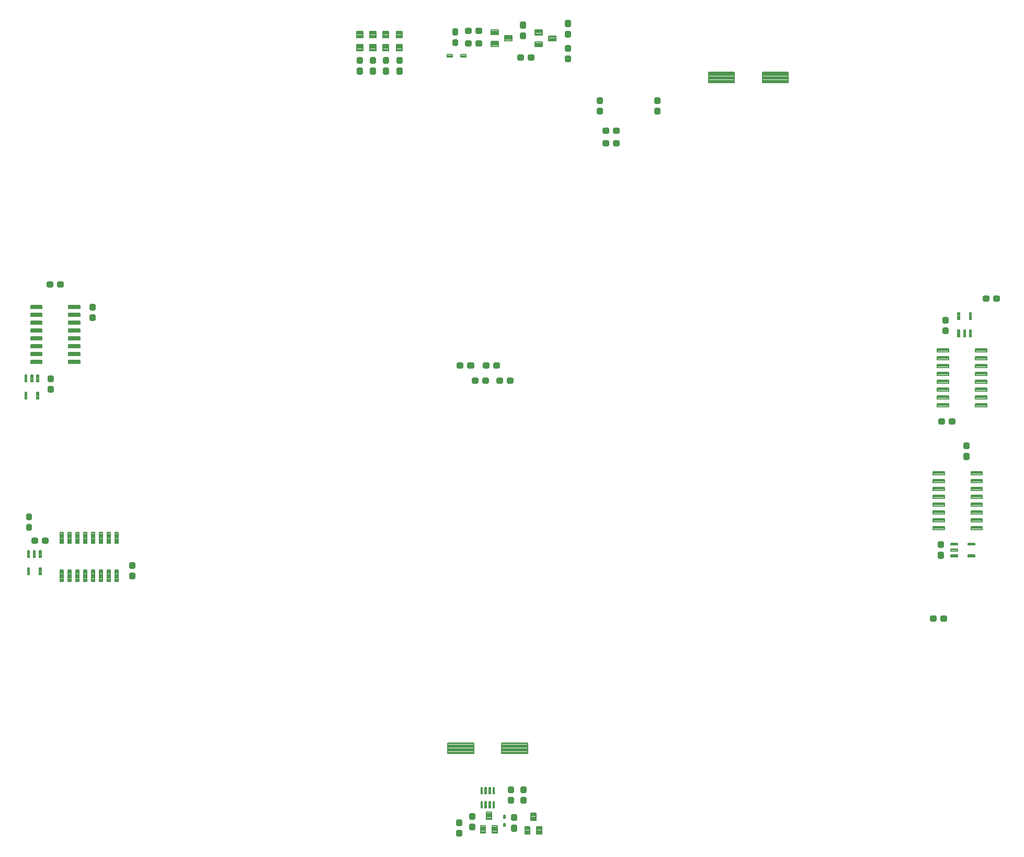
<source format=gbr>
G04 EAGLE Gerber RS-274X export*
G75*
%MOMM*%
%FSLAX34Y34*%
%LPD*%
%INSolderpaste Top*%
%IPPOS*%
%AMOC8*
5,1,8,0,0,1.08239X$1,22.5*%
G01*
%ADD10C,0.500000*%
%ADD11C,0.204000*%
%ADD12C,0.200000*%
%ADD13C,0.198000*%
%ADD14C,0.198119*%
%ADD15C,0.199134*%
%ADD16C,0.209000*%


D10*
X-229500Y620500D02*
X-229500Y626500D01*
X-224500Y626500D01*
X-224500Y620500D01*
X-229500Y620500D01*
X-229500Y625250D02*
X-224500Y625250D01*
X-229500Y609500D02*
X-229500Y603500D01*
X-229500Y609500D02*
X-224500Y609500D01*
X-224500Y603500D01*
X-229500Y603500D01*
X-229500Y608250D02*
X-224500Y608250D01*
D11*
X-222020Y639520D02*
X-231980Y639520D01*
X-231980Y649480D01*
X-222020Y649480D01*
X-222020Y639520D01*
X-222020Y641458D02*
X-231980Y641458D01*
X-231980Y643396D02*
X-222020Y643396D01*
X-222020Y645334D02*
X-231980Y645334D01*
X-231980Y647272D02*
X-222020Y647272D01*
X-222020Y649210D02*
X-231980Y649210D01*
X-231980Y660520D02*
X-222020Y660520D01*
X-231980Y660520D02*
X-231980Y670480D01*
X-222020Y670480D01*
X-222020Y660520D01*
X-222020Y662458D02*
X-231980Y662458D01*
X-231980Y664396D02*
X-222020Y664396D01*
X-222020Y666334D02*
X-231980Y666334D01*
X-231980Y668272D02*
X-222020Y668272D01*
X-222020Y670210D02*
X-231980Y670210D01*
D10*
X-165500Y626500D02*
X-165500Y620500D01*
X-165500Y626500D02*
X-160500Y626500D01*
X-160500Y620500D01*
X-165500Y620500D01*
X-165500Y625250D02*
X-160500Y625250D01*
X-165500Y609500D02*
X-165500Y603500D01*
X-165500Y609500D02*
X-160500Y609500D01*
X-160500Y603500D01*
X-165500Y603500D01*
X-165500Y608250D02*
X-160500Y608250D01*
D11*
X-158020Y639520D02*
X-167980Y639520D01*
X-167980Y649480D01*
X-158020Y649480D01*
X-158020Y639520D01*
X-158020Y641458D02*
X-167980Y641458D01*
X-167980Y643396D02*
X-158020Y643396D01*
X-158020Y645334D02*
X-167980Y645334D01*
X-167980Y647272D02*
X-158020Y647272D01*
X-158020Y649210D02*
X-167980Y649210D01*
X-167980Y660520D02*
X-158020Y660520D01*
X-167980Y660520D02*
X-167980Y670480D01*
X-158020Y670480D01*
X-158020Y660520D01*
X-158020Y662458D02*
X-167980Y662458D01*
X-167980Y664396D02*
X-158020Y664396D01*
X-158020Y666334D02*
X-167980Y666334D01*
X-167980Y668272D02*
X-158020Y668272D01*
X-158020Y670210D02*
X-167980Y670210D01*
X-180020Y639520D02*
X-189980Y639520D01*
X-189980Y649480D01*
X-180020Y649480D01*
X-180020Y639520D01*
X-180020Y641458D02*
X-189980Y641458D01*
X-189980Y643396D02*
X-180020Y643396D01*
X-180020Y645334D02*
X-189980Y645334D01*
X-189980Y647272D02*
X-180020Y647272D01*
X-180020Y649210D02*
X-189980Y649210D01*
X-189980Y660520D02*
X-180020Y660520D01*
X-189980Y660520D02*
X-189980Y670480D01*
X-180020Y670480D01*
X-180020Y660520D01*
X-180020Y662458D02*
X-189980Y662458D01*
X-189980Y664396D02*
X-180020Y664396D01*
X-180020Y666334D02*
X-189980Y666334D01*
X-189980Y668272D02*
X-180020Y668272D01*
X-180020Y670210D02*
X-189980Y670210D01*
D10*
X-187500Y626500D02*
X-187500Y620500D01*
X-187500Y626500D02*
X-182500Y626500D01*
X-182500Y620500D01*
X-187500Y620500D01*
X-187500Y625250D02*
X-182500Y625250D01*
X-187500Y609500D02*
X-187500Y603500D01*
X-187500Y609500D02*
X-182500Y609500D01*
X-182500Y603500D01*
X-187500Y603500D01*
X-187500Y608250D02*
X-182500Y608250D01*
D12*
X-14500Y665500D02*
X-14500Y673500D01*
X-2500Y673500D01*
X-2500Y665500D01*
X-14500Y665500D01*
X-14500Y667400D02*
X-2500Y667400D01*
X-2500Y669300D02*
X-14500Y669300D01*
X-14500Y671200D02*
X-2500Y671200D01*
X-2500Y673100D02*
X-14500Y673100D01*
X7500Y664000D02*
X7500Y656000D01*
X7500Y664000D02*
X19500Y664000D01*
X19500Y656000D01*
X7500Y656000D01*
X7500Y657900D02*
X19500Y657900D01*
X19500Y659800D02*
X7500Y659800D01*
X7500Y661700D02*
X19500Y661700D01*
X19500Y663600D02*
X7500Y663600D01*
X-14500Y654500D02*
X-14500Y646500D01*
X-14500Y654500D02*
X-2500Y654500D01*
X-2500Y646500D01*
X-14500Y646500D01*
X-14500Y648400D02*
X-2500Y648400D01*
X-2500Y650300D02*
X-14500Y650300D01*
X-14500Y652200D02*
X-2500Y652200D01*
X-2500Y654100D02*
X-14500Y654100D01*
D10*
X-48000Y669000D02*
X-54000Y669000D01*
X-54000Y674000D01*
X-48000Y674000D01*
X-48000Y669000D01*
X-48000Y673750D02*
X-54000Y673750D01*
X-37000Y669000D02*
X-31000Y669000D01*
X-37000Y669000D02*
X-37000Y674000D01*
X-31000Y674000D01*
X-31000Y669000D01*
X-31000Y673750D02*
X-37000Y673750D01*
D12*
X56500Y673000D02*
X56500Y665000D01*
X56500Y673000D02*
X68500Y673000D01*
X68500Y665000D01*
X56500Y665000D01*
X56500Y666900D02*
X68500Y666900D01*
X68500Y668800D02*
X56500Y668800D01*
X56500Y670700D02*
X68500Y670700D01*
X68500Y672600D02*
X56500Y672600D01*
X56500Y654000D02*
X56500Y646000D01*
X56500Y654000D02*
X68500Y654000D01*
X68500Y646000D01*
X56500Y646000D01*
X56500Y647900D02*
X68500Y647900D01*
X68500Y649800D02*
X56500Y649800D01*
X56500Y651700D02*
X68500Y651700D01*
X68500Y653600D02*
X56500Y653600D01*
X78500Y655500D02*
X78500Y663500D01*
X90500Y663500D01*
X90500Y655500D01*
X78500Y655500D01*
X78500Y657400D02*
X90500Y657400D01*
X90500Y659300D02*
X78500Y659300D01*
X78500Y661200D02*
X90500Y661200D01*
X90500Y663100D02*
X78500Y663100D01*
D10*
X40000Y661000D02*
X40000Y667000D01*
X40000Y661000D02*
X35000Y661000D01*
X35000Y667000D01*
X40000Y667000D01*
X40000Y665750D02*
X35000Y665750D01*
X40000Y678000D02*
X40000Y684000D01*
X40000Y678000D02*
X35000Y678000D01*
X35000Y684000D01*
X40000Y684000D01*
X40000Y682750D02*
X35000Y682750D01*
X107500Y646500D02*
X107500Y640500D01*
X107500Y646500D02*
X112500Y646500D01*
X112500Y640500D01*
X107500Y640500D01*
X107500Y645250D02*
X112500Y645250D01*
X107500Y629500D02*
X107500Y623500D01*
X107500Y629500D02*
X112500Y629500D01*
X112500Y623500D01*
X107500Y623500D01*
X107500Y628250D02*
X112500Y628250D01*
X53000Y631000D02*
X47000Y631000D01*
X53000Y631000D02*
X53000Y626000D01*
X47000Y626000D01*
X47000Y631000D01*
X47000Y630750D02*
X53000Y630750D01*
X36000Y631000D02*
X30000Y631000D01*
X36000Y631000D02*
X36000Y626000D01*
X30000Y626000D01*
X30000Y631000D01*
X30000Y630750D02*
X36000Y630750D01*
X112500Y663500D02*
X112500Y669500D01*
X112500Y663500D02*
X107500Y663500D01*
X107500Y669500D01*
X112500Y669500D01*
X112500Y668250D02*
X107500Y668250D01*
X112500Y680500D02*
X112500Y686500D01*
X112500Y680500D02*
X107500Y680500D01*
X107500Y686500D01*
X112500Y686500D01*
X112500Y685250D02*
X107500Y685250D01*
X-48000Y649000D02*
X-54000Y649000D01*
X-54000Y654000D01*
X-48000Y654000D01*
X-48000Y649000D01*
X-48000Y653750D02*
X-54000Y653750D01*
X-37000Y649000D02*
X-31000Y649000D01*
X-37000Y649000D02*
X-37000Y654000D01*
X-31000Y654000D01*
X-31000Y649000D01*
X-31000Y653750D02*
X-37000Y653750D01*
X-70000Y656000D02*
X-70000Y650000D01*
X-75000Y650000D01*
X-75000Y656000D01*
X-70000Y656000D01*
X-70000Y654750D02*
X-75000Y654750D01*
X-70000Y667000D02*
X-70000Y673000D01*
X-70000Y667000D02*
X-75000Y667000D01*
X-75000Y673000D01*
X-70000Y673000D01*
X-70000Y671750D02*
X-75000Y671750D01*
X-208500Y626500D02*
X-208500Y620500D01*
X-208500Y626500D02*
X-203500Y626500D01*
X-203500Y620500D01*
X-208500Y620500D01*
X-208500Y625250D02*
X-203500Y625250D01*
X-208500Y609500D02*
X-208500Y603500D01*
X-208500Y609500D02*
X-203500Y609500D01*
X-203500Y603500D01*
X-208500Y603500D01*
X-208500Y608250D02*
X-203500Y608250D01*
D11*
X-201020Y639520D02*
X-210980Y639520D01*
X-210980Y649480D01*
X-201020Y649480D01*
X-201020Y639520D01*
X-201020Y641458D02*
X-210980Y641458D01*
X-210980Y643396D02*
X-201020Y643396D01*
X-201020Y645334D02*
X-210980Y645334D01*
X-210980Y647272D02*
X-201020Y647272D01*
X-201020Y649210D02*
X-210980Y649210D01*
X-210980Y660520D02*
X-201020Y660520D01*
X-210980Y660520D02*
X-210980Y670480D01*
X-201020Y670480D01*
X-201020Y660520D01*
X-201020Y662458D02*
X-210980Y662458D01*
X-210980Y664396D02*
X-201020Y664396D01*
X-201020Y666334D02*
X-210980Y666334D01*
X-210980Y668272D02*
X-201020Y668272D01*
X-201020Y670210D02*
X-210980Y670210D01*
D10*
X-50500Y132500D02*
X-44500Y132500D01*
X-44500Y127500D01*
X-50500Y127500D01*
X-50500Y132500D01*
X-50500Y132250D02*
X-44500Y132250D01*
X-61500Y132500D02*
X-67500Y132500D01*
X-61500Y132500D02*
X-61500Y127500D01*
X-67500Y127500D01*
X-67500Y132500D01*
X-67500Y132250D02*
X-61500Y132250D01*
X-26500Y107500D02*
X-20500Y107500D01*
X-20500Y102500D01*
X-26500Y102500D01*
X-26500Y107500D01*
X-26500Y107250D02*
X-20500Y107250D01*
X-37500Y107500D02*
X-43500Y107500D01*
X-37500Y107500D02*
X-37500Y102500D01*
X-43500Y102500D01*
X-43500Y107500D01*
X-43500Y107250D02*
X-37500Y107250D01*
X-25500Y127500D02*
X-19500Y127500D01*
X-25500Y127500D02*
X-25500Y132500D01*
X-19500Y132500D01*
X-19500Y127500D01*
X-19500Y132250D02*
X-25500Y132250D01*
X-8500Y127500D02*
X-2500Y127500D01*
X-8500Y127500D02*
X-8500Y132500D01*
X-2500Y132500D01*
X-2500Y127500D01*
X-2500Y132250D02*
X-8500Y132250D01*
X-3500Y102500D02*
X2500Y102500D01*
X-3500Y102500D02*
X-3500Y107500D01*
X2500Y107500D01*
X2500Y102500D01*
X2500Y107250D02*
X-3500Y107250D01*
X13500Y102500D02*
X19500Y102500D01*
X13500Y102500D02*
X13500Y107500D01*
X19500Y107500D01*
X19500Y102500D01*
X19500Y107250D02*
X13500Y107250D01*
D13*
X-55490Y633510D02*
X-63510Y633510D01*
X-55490Y633510D02*
X-55490Y629490D01*
X-63510Y629490D01*
X-63510Y633510D01*
X-63510Y631371D02*
X-55490Y631371D01*
X-55490Y633252D02*
X-63510Y633252D01*
X-77490Y633510D02*
X-85510Y633510D01*
X-77490Y633510D02*
X-77490Y629490D01*
X-85510Y629490D01*
X-85510Y633510D01*
X-85510Y631371D02*
X-77490Y631371D01*
X-77490Y633252D02*
X-85510Y633252D01*
D10*
X712200Y36700D02*
X718200Y36700D01*
X712200Y36700D02*
X712200Y41700D01*
X718200Y41700D01*
X718200Y36700D01*
X718200Y41450D02*
X712200Y41450D01*
X729200Y36700D02*
X735200Y36700D01*
X729200Y36700D02*
X729200Y41700D01*
X735200Y41700D01*
X735200Y36700D01*
X735200Y41450D02*
X729200Y41450D01*
X783600Y235500D02*
X789600Y235500D01*
X783600Y235500D02*
X783600Y240500D01*
X789600Y240500D01*
X789600Y235500D01*
X789600Y240250D02*
X783600Y240250D01*
X800600Y235500D02*
X806600Y235500D01*
X800600Y235500D02*
X800600Y240500D01*
X806600Y240500D01*
X806600Y235500D01*
X806600Y240250D02*
X800600Y240250D01*
D14*
X787904Y67862D02*
X787904Y63238D01*
X769564Y63238D01*
X769564Y67862D01*
X787904Y67862D01*
X787904Y65120D02*
X769564Y65120D01*
X769564Y67002D02*
X787904Y67002D01*
X787904Y75938D02*
X787904Y80562D01*
X787904Y75938D02*
X769564Y75938D01*
X769564Y80562D01*
X787904Y80562D01*
X787904Y77820D02*
X769564Y77820D01*
X769564Y79702D02*
X787904Y79702D01*
X787904Y88638D02*
X787904Y93262D01*
X787904Y88638D02*
X769564Y88638D01*
X769564Y93262D01*
X787904Y93262D01*
X787904Y90520D02*
X769564Y90520D01*
X769564Y92402D02*
X787904Y92402D01*
X787904Y101338D02*
X787904Y105962D01*
X787904Y101338D02*
X769564Y101338D01*
X769564Y105962D01*
X787904Y105962D01*
X787904Y103220D02*
X769564Y103220D01*
X769564Y105102D02*
X787904Y105102D01*
X787904Y114038D02*
X787904Y118662D01*
X787904Y114038D02*
X769564Y114038D01*
X769564Y118662D01*
X787904Y118662D01*
X787904Y115920D02*
X769564Y115920D01*
X769564Y117802D02*
X787904Y117802D01*
X787904Y126738D02*
X787904Y131362D01*
X787904Y126738D02*
X769564Y126738D01*
X769564Y131362D01*
X787904Y131362D01*
X787904Y128620D02*
X769564Y128620D01*
X769564Y130502D02*
X787904Y130502D01*
X787904Y139438D02*
X787904Y144062D01*
X787904Y139438D02*
X769564Y139438D01*
X769564Y144062D01*
X787904Y144062D01*
X787904Y141320D02*
X769564Y141320D01*
X769564Y143202D02*
X787904Y143202D01*
X787904Y152138D02*
X787904Y156762D01*
X787904Y152138D02*
X769564Y152138D01*
X769564Y156762D01*
X787904Y156762D01*
X787904Y154020D02*
X769564Y154020D01*
X769564Y155902D02*
X787904Y155902D01*
X726436Y156762D02*
X726436Y152138D01*
X708096Y152138D01*
X708096Y156762D01*
X726436Y156762D01*
X726436Y154020D02*
X708096Y154020D01*
X708096Y155902D02*
X726436Y155902D01*
X726436Y144062D02*
X726436Y139438D01*
X708096Y139438D01*
X708096Y144062D01*
X726436Y144062D01*
X726436Y141320D02*
X708096Y141320D01*
X708096Y143202D02*
X726436Y143202D01*
X726436Y131362D02*
X726436Y126738D01*
X708096Y126738D01*
X708096Y131362D01*
X726436Y131362D01*
X726436Y128620D02*
X708096Y128620D01*
X708096Y130502D02*
X726436Y130502D01*
X726436Y118662D02*
X726436Y114038D01*
X708096Y114038D01*
X708096Y118662D01*
X726436Y118662D01*
X726436Y115920D02*
X708096Y115920D01*
X708096Y117802D02*
X726436Y117802D01*
X726436Y105962D02*
X726436Y101338D01*
X708096Y101338D01*
X708096Y105962D01*
X726436Y105962D01*
X726436Y103220D02*
X708096Y103220D01*
X708096Y105102D02*
X726436Y105102D01*
X726436Y93262D02*
X726436Y88638D01*
X708096Y88638D01*
X708096Y93262D01*
X726436Y93262D01*
X726436Y90520D02*
X708096Y90520D01*
X708096Y92402D02*
X726436Y92402D01*
X726436Y80562D02*
X726436Y75938D01*
X708096Y75938D01*
X708096Y80562D01*
X726436Y80562D01*
X726436Y77820D02*
X708096Y77820D01*
X708096Y79702D02*
X726436Y79702D01*
X726436Y67862D02*
X726436Y63238D01*
X708096Y63238D01*
X708096Y67862D01*
X726436Y67862D01*
X726436Y65120D02*
X708096Y65120D01*
X708096Y67002D02*
X726436Y67002D01*
D10*
X724000Y183100D02*
X724000Y189100D01*
X724000Y183100D02*
X719000Y183100D01*
X719000Y189100D01*
X724000Y189100D01*
X724000Y187850D02*
X719000Y187850D01*
X724000Y200100D02*
X724000Y206100D01*
X724000Y200100D02*
X719000Y200100D01*
X719000Y206100D01*
X724000Y206100D01*
X724000Y204850D02*
X719000Y204850D01*
X757500Y-14500D02*
X757500Y-20500D01*
X752500Y-20500D01*
X752500Y-14500D01*
X757500Y-14500D01*
X757500Y-15750D02*
X752500Y-15750D01*
X757500Y-3500D02*
X757500Y2500D01*
X757500Y-3500D02*
X752500Y-3500D01*
X752500Y2500D01*
X757500Y2500D01*
X757500Y1250D02*
X752500Y1250D01*
X721500Y-277500D02*
X715500Y-277500D01*
X721500Y-277500D02*
X721500Y-282500D01*
X715500Y-282500D01*
X715500Y-277500D01*
X715500Y-277750D02*
X721500Y-277750D01*
X704500Y-277500D02*
X698500Y-277500D01*
X704500Y-277500D02*
X704500Y-282500D01*
X698500Y-282500D01*
X698500Y-277500D01*
X698500Y-277750D02*
X704500Y-277750D01*
D14*
X701096Y-46862D02*
X701096Y-42238D01*
X719436Y-42238D01*
X719436Y-46862D01*
X701096Y-46862D01*
X701096Y-44980D02*
X719436Y-44980D01*
X719436Y-43098D02*
X701096Y-43098D01*
X701096Y-54938D02*
X701096Y-59562D01*
X701096Y-54938D02*
X719436Y-54938D01*
X719436Y-59562D01*
X701096Y-59562D01*
X701096Y-57680D02*
X719436Y-57680D01*
X719436Y-55798D02*
X701096Y-55798D01*
X701096Y-67638D02*
X701096Y-72262D01*
X701096Y-67638D02*
X719436Y-67638D01*
X719436Y-72262D01*
X701096Y-72262D01*
X701096Y-70380D02*
X719436Y-70380D01*
X719436Y-68498D02*
X701096Y-68498D01*
X701096Y-80338D02*
X701096Y-84962D01*
X701096Y-80338D02*
X719436Y-80338D01*
X719436Y-84962D01*
X701096Y-84962D01*
X701096Y-83080D02*
X719436Y-83080D01*
X719436Y-81198D02*
X701096Y-81198D01*
X701096Y-93038D02*
X701096Y-97662D01*
X701096Y-93038D02*
X719436Y-93038D01*
X719436Y-97662D01*
X701096Y-97662D01*
X701096Y-95780D02*
X719436Y-95780D01*
X719436Y-93898D02*
X701096Y-93898D01*
X701096Y-105738D02*
X701096Y-110362D01*
X701096Y-105738D02*
X719436Y-105738D01*
X719436Y-110362D01*
X701096Y-110362D01*
X701096Y-108480D02*
X719436Y-108480D01*
X719436Y-106598D02*
X701096Y-106598D01*
X701096Y-118438D02*
X701096Y-123062D01*
X701096Y-118438D02*
X719436Y-118438D01*
X719436Y-123062D01*
X701096Y-123062D01*
X701096Y-121180D02*
X719436Y-121180D01*
X719436Y-119298D02*
X701096Y-119298D01*
X701096Y-131138D02*
X701096Y-135762D01*
X701096Y-131138D02*
X719436Y-131138D01*
X719436Y-135762D01*
X701096Y-135762D01*
X701096Y-133880D02*
X719436Y-133880D01*
X719436Y-131998D02*
X701096Y-131998D01*
X762564Y-131138D02*
X762564Y-135762D01*
X762564Y-131138D02*
X780904Y-131138D01*
X780904Y-135762D01*
X762564Y-135762D01*
X762564Y-133880D02*
X780904Y-133880D01*
X780904Y-131998D02*
X762564Y-131998D01*
X762564Y-123062D02*
X762564Y-118438D01*
X780904Y-118438D01*
X780904Y-123062D01*
X762564Y-123062D01*
X762564Y-121180D02*
X780904Y-121180D01*
X780904Y-119298D02*
X762564Y-119298D01*
X762564Y-110362D02*
X762564Y-105738D01*
X780904Y-105738D01*
X780904Y-110362D01*
X762564Y-110362D01*
X762564Y-108480D02*
X780904Y-108480D01*
X780904Y-106598D02*
X762564Y-106598D01*
X762564Y-97662D02*
X762564Y-93038D01*
X780904Y-93038D01*
X780904Y-97662D01*
X762564Y-97662D01*
X762564Y-95780D02*
X780904Y-95780D01*
X780904Y-93898D02*
X762564Y-93898D01*
X762564Y-84962D02*
X762564Y-80338D01*
X780904Y-80338D01*
X780904Y-84962D01*
X762564Y-84962D01*
X762564Y-83080D02*
X780904Y-83080D01*
X780904Y-81198D02*
X762564Y-81198D01*
X762564Y-72262D02*
X762564Y-67638D01*
X780904Y-67638D01*
X780904Y-72262D01*
X762564Y-72262D01*
X762564Y-70380D02*
X780904Y-70380D01*
X780904Y-68498D02*
X762564Y-68498D01*
X762564Y-59562D02*
X762564Y-54938D01*
X780904Y-54938D01*
X780904Y-59562D01*
X762564Y-59562D01*
X762564Y-57680D02*
X780904Y-57680D01*
X780904Y-55798D02*
X762564Y-55798D01*
X762564Y-46862D02*
X762564Y-42238D01*
X780904Y-42238D01*
X780904Y-46862D01*
X762564Y-46862D01*
X762564Y-44980D02*
X780904Y-44980D01*
X780904Y-43098D02*
X762564Y-43098D01*
D10*
X711500Y-157500D02*
X711500Y-163500D01*
X711500Y-157500D02*
X716500Y-157500D01*
X716500Y-163500D01*
X711500Y-163500D01*
X711500Y-158750D02*
X716500Y-158750D01*
X711500Y-174500D02*
X711500Y-180500D01*
X711500Y-174500D02*
X716500Y-174500D01*
X716500Y-180500D01*
X711500Y-180500D01*
X711500Y-175750D02*
X716500Y-175750D01*
X-592500Y-208000D02*
X-592500Y-214000D01*
X-597500Y-214000D01*
X-597500Y-208000D01*
X-592500Y-208000D01*
X-592500Y-209250D02*
X-597500Y-209250D01*
X-592500Y-197000D02*
X-592500Y-191000D01*
X-592500Y-197000D02*
X-597500Y-197000D01*
X-597500Y-191000D01*
X-592500Y-191000D01*
X-592500Y-192250D02*
X-597500Y-192250D01*
X-760000Y-135500D02*
X-760000Y-129500D01*
X-760000Y-135500D02*
X-765000Y-135500D01*
X-765000Y-129500D01*
X-760000Y-129500D01*
X-760000Y-130750D02*
X-765000Y-130750D01*
X-760000Y-118500D02*
X-760000Y-112500D01*
X-760000Y-118500D02*
X-765000Y-118500D01*
X-765000Y-112500D01*
X-760000Y-112500D01*
X-760000Y-113750D02*
X-765000Y-113750D01*
D14*
X-622862Y-140096D02*
X-618238Y-140096D01*
X-618238Y-158436D01*
X-622862Y-158436D01*
X-622862Y-140096D01*
X-622862Y-156554D02*
X-618238Y-156554D01*
X-618238Y-154672D02*
X-622862Y-154672D01*
X-622862Y-152790D02*
X-618238Y-152790D01*
X-618238Y-150908D02*
X-622862Y-150908D01*
X-622862Y-149026D02*
X-618238Y-149026D01*
X-618238Y-147144D02*
X-622862Y-147144D01*
X-622862Y-145262D02*
X-618238Y-145262D01*
X-618238Y-143380D02*
X-622862Y-143380D01*
X-622862Y-141498D02*
X-618238Y-141498D01*
X-630938Y-140096D02*
X-635562Y-140096D01*
X-630938Y-140096D02*
X-630938Y-158436D01*
X-635562Y-158436D01*
X-635562Y-140096D01*
X-635562Y-156554D02*
X-630938Y-156554D01*
X-630938Y-154672D02*
X-635562Y-154672D01*
X-635562Y-152790D02*
X-630938Y-152790D01*
X-630938Y-150908D02*
X-635562Y-150908D01*
X-635562Y-149026D02*
X-630938Y-149026D01*
X-630938Y-147144D02*
X-635562Y-147144D01*
X-635562Y-145262D02*
X-630938Y-145262D01*
X-630938Y-143380D02*
X-635562Y-143380D01*
X-635562Y-141498D02*
X-630938Y-141498D01*
X-643638Y-140096D02*
X-648262Y-140096D01*
X-643638Y-140096D02*
X-643638Y-158436D01*
X-648262Y-158436D01*
X-648262Y-140096D01*
X-648262Y-156554D02*
X-643638Y-156554D01*
X-643638Y-154672D02*
X-648262Y-154672D01*
X-648262Y-152790D02*
X-643638Y-152790D01*
X-643638Y-150908D02*
X-648262Y-150908D01*
X-648262Y-149026D02*
X-643638Y-149026D01*
X-643638Y-147144D02*
X-648262Y-147144D01*
X-648262Y-145262D02*
X-643638Y-145262D01*
X-643638Y-143380D02*
X-648262Y-143380D01*
X-648262Y-141498D02*
X-643638Y-141498D01*
X-656338Y-140096D02*
X-660962Y-140096D01*
X-656338Y-140096D02*
X-656338Y-158436D01*
X-660962Y-158436D01*
X-660962Y-140096D01*
X-660962Y-156554D02*
X-656338Y-156554D01*
X-656338Y-154672D02*
X-660962Y-154672D01*
X-660962Y-152790D02*
X-656338Y-152790D01*
X-656338Y-150908D02*
X-660962Y-150908D01*
X-660962Y-149026D02*
X-656338Y-149026D01*
X-656338Y-147144D02*
X-660962Y-147144D01*
X-660962Y-145262D02*
X-656338Y-145262D01*
X-656338Y-143380D02*
X-660962Y-143380D01*
X-660962Y-141498D02*
X-656338Y-141498D01*
X-669038Y-140096D02*
X-673662Y-140096D01*
X-669038Y-140096D02*
X-669038Y-158436D01*
X-673662Y-158436D01*
X-673662Y-140096D01*
X-673662Y-156554D02*
X-669038Y-156554D01*
X-669038Y-154672D02*
X-673662Y-154672D01*
X-673662Y-152790D02*
X-669038Y-152790D01*
X-669038Y-150908D02*
X-673662Y-150908D01*
X-673662Y-149026D02*
X-669038Y-149026D01*
X-669038Y-147144D02*
X-673662Y-147144D01*
X-673662Y-145262D02*
X-669038Y-145262D01*
X-669038Y-143380D02*
X-673662Y-143380D01*
X-673662Y-141498D02*
X-669038Y-141498D01*
X-681738Y-140096D02*
X-686362Y-140096D01*
X-681738Y-140096D02*
X-681738Y-158436D01*
X-686362Y-158436D01*
X-686362Y-140096D01*
X-686362Y-156554D02*
X-681738Y-156554D01*
X-681738Y-154672D02*
X-686362Y-154672D01*
X-686362Y-152790D02*
X-681738Y-152790D01*
X-681738Y-150908D02*
X-686362Y-150908D01*
X-686362Y-149026D02*
X-681738Y-149026D01*
X-681738Y-147144D02*
X-686362Y-147144D01*
X-686362Y-145262D02*
X-681738Y-145262D01*
X-681738Y-143380D02*
X-686362Y-143380D01*
X-686362Y-141498D02*
X-681738Y-141498D01*
X-694438Y-140096D02*
X-699062Y-140096D01*
X-694438Y-140096D02*
X-694438Y-158436D01*
X-699062Y-158436D01*
X-699062Y-140096D01*
X-699062Y-156554D02*
X-694438Y-156554D01*
X-694438Y-154672D02*
X-699062Y-154672D01*
X-699062Y-152790D02*
X-694438Y-152790D01*
X-694438Y-150908D02*
X-699062Y-150908D01*
X-699062Y-149026D02*
X-694438Y-149026D01*
X-694438Y-147144D02*
X-699062Y-147144D01*
X-699062Y-145262D02*
X-694438Y-145262D01*
X-694438Y-143380D02*
X-699062Y-143380D01*
X-699062Y-141498D02*
X-694438Y-141498D01*
X-707138Y-140096D02*
X-711762Y-140096D01*
X-707138Y-140096D02*
X-707138Y-158436D01*
X-711762Y-158436D01*
X-711762Y-140096D01*
X-711762Y-156554D02*
X-707138Y-156554D01*
X-707138Y-154672D02*
X-711762Y-154672D01*
X-711762Y-152790D02*
X-707138Y-152790D01*
X-707138Y-150908D02*
X-711762Y-150908D01*
X-711762Y-149026D02*
X-707138Y-149026D01*
X-707138Y-147144D02*
X-711762Y-147144D01*
X-711762Y-145262D02*
X-707138Y-145262D01*
X-707138Y-143380D02*
X-711762Y-143380D01*
X-711762Y-141498D02*
X-707138Y-141498D01*
X-707138Y-201564D02*
X-711762Y-201564D01*
X-707138Y-201564D02*
X-707138Y-219904D01*
X-711762Y-219904D01*
X-711762Y-201564D01*
X-711762Y-218022D02*
X-707138Y-218022D01*
X-707138Y-216140D02*
X-711762Y-216140D01*
X-711762Y-214258D02*
X-707138Y-214258D01*
X-707138Y-212376D02*
X-711762Y-212376D01*
X-711762Y-210494D02*
X-707138Y-210494D01*
X-707138Y-208612D02*
X-711762Y-208612D01*
X-711762Y-206730D02*
X-707138Y-206730D01*
X-707138Y-204848D02*
X-711762Y-204848D01*
X-711762Y-202966D02*
X-707138Y-202966D01*
X-699062Y-201564D02*
X-694438Y-201564D01*
X-694438Y-219904D01*
X-699062Y-219904D01*
X-699062Y-201564D01*
X-699062Y-218022D02*
X-694438Y-218022D01*
X-694438Y-216140D02*
X-699062Y-216140D01*
X-699062Y-214258D02*
X-694438Y-214258D01*
X-694438Y-212376D02*
X-699062Y-212376D01*
X-699062Y-210494D02*
X-694438Y-210494D01*
X-694438Y-208612D02*
X-699062Y-208612D01*
X-699062Y-206730D02*
X-694438Y-206730D01*
X-694438Y-204848D02*
X-699062Y-204848D01*
X-699062Y-202966D02*
X-694438Y-202966D01*
X-686362Y-201564D02*
X-681738Y-201564D01*
X-681738Y-219904D01*
X-686362Y-219904D01*
X-686362Y-201564D01*
X-686362Y-218022D02*
X-681738Y-218022D01*
X-681738Y-216140D02*
X-686362Y-216140D01*
X-686362Y-214258D02*
X-681738Y-214258D01*
X-681738Y-212376D02*
X-686362Y-212376D01*
X-686362Y-210494D02*
X-681738Y-210494D01*
X-681738Y-208612D02*
X-686362Y-208612D01*
X-686362Y-206730D02*
X-681738Y-206730D01*
X-681738Y-204848D02*
X-686362Y-204848D01*
X-686362Y-202966D02*
X-681738Y-202966D01*
X-673662Y-201564D02*
X-669038Y-201564D01*
X-669038Y-219904D01*
X-673662Y-219904D01*
X-673662Y-201564D01*
X-673662Y-218022D02*
X-669038Y-218022D01*
X-669038Y-216140D02*
X-673662Y-216140D01*
X-673662Y-214258D02*
X-669038Y-214258D01*
X-669038Y-212376D02*
X-673662Y-212376D01*
X-673662Y-210494D02*
X-669038Y-210494D01*
X-669038Y-208612D02*
X-673662Y-208612D01*
X-673662Y-206730D02*
X-669038Y-206730D01*
X-669038Y-204848D02*
X-673662Y-204848D01*
X-673662Y-202966D02*
X-669038Y-202966D01*
X-660962Y-201564D02*
X-656338Y-201564D01*
X-656338Y-219904D01*
X-660962Y-219904D01*
X-660962Y-201564D01*
X-660962Y-218022D02*
X-656338Y-218022D01*
X-656338Y-216140D02*
X-660962Y-216140D01*
X-660962Y-214258D02*
X-656338Y-214258D01*
X-656338Y-212376D02*
X-660962Y-212376D01*
X-660962Y-210494D02*
X-656338Y-210494D01*
X-656338Y-208612D02*
X-660962Y-208612D01*
X-660962Y-206730D02*
X-656338Y-206730D01*
X-656338Y-204848D02*
X-660962Y-204848D01*
X-660962Y-202966D02*
X-656338Y-202966D01*
X-648262Y-201564D02*
X-643638Y-201564D01*
X-643638Y-219904D01*
X-648262Y-219904D01*
X-648262Y-201564D01*
X-648262Y-218022D02*
X-643638Y-218022D01*
X-643638Y-216140D02*
X-648262Y-216140D01*
X-648262Y-214258D02*
X-643638Y-214258D01*
X-643638Y-212376D02*
X-648262Y-212376D01*
X-648262Y-210494D02*
X-643638Y-210494D01*
X-643638Y-208612D02*
X-648262Y-208612D01*
X-648262Y-206730D02*
X-643638Y-206730D01*
X-643638Y-204848D02*
X-648262Y-204848D01*
X-648262Y-202966D02*
X-643638Y-202966D01*
X-635562Y-201564D02*
X-630938Y-201564D01*
X-630938Y-219904D01*
X-635562Y-219904D01*
X-635562Y-201564D01*
X-635562Y-218022D02*
X-630938Y-218022D01*
X-630938Y-216140D02*
X-635562Y-216140D01*
X-635562Y-214258D02*
X-630938Y-214258D01*
X-630938Y-212376D02*
X-635562Y-212376D01*
X-635562Y-210494D02*
X-630938Y-210494D01*
X-630938Y-208612D02*
X-635562Y-208612D01*
X-635562Y-206730D02*
X-630938Y-206730D01*
X-630938Y-204848D02*
X-635562Y-204848D01*
X-635562Y-202966D02*
X-630938Y-202966D01*
X-622862Y-201564D02*
X-618238Y-201564D01*
X-618238Y-219904D01*
X-622862Y-219904D01*
X-622862Y-201564D01*
X-622862Y-218022D02*
X-618238Y-218022D01*
X-618238Y-216140D02*
X-622862Y-216140D01*
X-622862Y-214258D02*
X-618238Y-214258D01*
X-618238Y-212376D02*
X-622862Y-212376D01*
X-622862Y-210494D02*
X-618238Y-210494D01*
X-618238Y-208612D02*
X-622862Y-208612D01*
X-622862Y-206730D02*
X-618238Y-206730D01*
X-618238Y-204848D02*
X-622862Y-204848D01*
X-622862Y-202966D02*
X-618238Y-202966D01*
D10*
X-733500Y-151500D02*
X-739500Y-151500D01*
X-733500Y-151500D02*
X-733500Y-156500D01*
X-739500Y-156500D01*
X-739500Y-151500D01*
X-739500Y-151750D02*
X-733500Y-151750D01*
X-750500Y-151500D02*
X-756500Y-151500D01*
X-750500Y-151500D02*
X-750500Y-156500D01*
X-756500Y-156500D01*
X-756500Y-151500D01*
X-756500Y-151750D02*
X-750500Y-151750D01*
X-729500Y105500D02*
X-729500Y111500D01*
X-724500Y111500D01*
X-724500Y105500D01*
X-729500Y105500D01*
X-729500Y110250D02*
X-724500Y110250D01*
X-729500Y94500D02*
X-729500Y88500D01*
X-729500Y94500D02*
X-724500Y94500D01*
X-724500Y88500D01*
X-729500Y88500D01*
X-729500Y93250D02*
X-724500Y93250D01*
X-714500Y263500D02*
X-708500Y263500D01*
X-708500Y258500D01*
X-714500Y258500D01*
X-714500Y263500D01*
X-714500Y263250D02*
X-708500Y263250D01*
X-725500Y263500D02*
X-731500Y263500D01*
X-725500Y263500D02*
X-725500Y258500D01*
X-731500Y258500D01*
X-731500Y263500D01*
X-731500Y263250D02*
X-725500Y263250D01*
D14*
X-680096Y137862D02*
X-680096Y133238D01*
X-698436Y133238D01*
X-698436Y137862D01*
X-680096Y137862D01*
X-680096Y135120D02*
X-698436Y135120D01*
X-698436Y137002D02*
X-680096Y137002D01*
X-680096Y145938D02*
X-680096Y150562D01*
X-680096Y145938D02*
X-698436Y145938D01*
X-698436Y150562D01*
X-680096Y150562D01*
X-680096Y147820D02*
X-698436Y147820D01*
X-698436Y149702D02*
X-680096Y149702D01*
X-680096Y158638D02*
X-680096Y163262D01*
X-680096Y158638D02*
X-698436Y158638D01*
X-698436Y163262D01*
X-680096Y163262D01*
X-680096Y160520D02*
X-698436Y160520D01*
X-698436Y162402D02*
X-680096Y162402D01*
X-680096Y171338D02*
X-680096Y175962D01*
X-680096Y171338D02*
X-698436Y171338D01*
X-698436Y175962D01*
X-680096Y175962D01*
X-680096Y173220D02*
X-698436Y173220D01*
X-698436Y175102D02*
X-680096Y175102D01*
X-680096Y184038D02*
X-680096Y188662D01*
X-680096Y184038D02*
X-698436Y184038D01*
X-698436Y188662D01*
X-680096Y188662D01*
X-680096Y185920D02*
X-698436Y185920D01*
X-698436Y187802D02*
X-680096Y187802D01*
X-680096Y196738D02*
X-680096Y201362D01*
X-680096Y196738D02*
X-698436Y196738D01*
X-698436Y201362D01*
X-680096Y201362D01*
X-680096Y198620D02*
X-698436Y198620D01*
X-698436Y200502D02*
X-680096Y200502D01*
X-680096Y209438D02*
X-680096Y214062D01*
X-680096Y209438D02*
X-698436Y209438D01*
X-698436Y214062D01*
X-680096Y214062D01*
X-680096Y211320D02*
X-698436Y211320D01*
X-698436Y213202D02*
X-680096Y213202D01*
X-680096Y222138D02*
X-680096Y226762D01*
X-680096Y222138D02*
X-698436Y222138D01*
X-698436Y226762D01*
X-680096Y226762D01*
X-680096Y224020D02*
X-698436Y224020D01*
X-698436Y225902D02*
X-680096Y225902D01*
X-741564Y226762D02*
X-741564Y222138D01*
X-759904Y222138D01*
X-759904Y226762D01*
X-741564Y226762D01*
X-741564Y224020D02*
X-759904Y224020D01*
X-759904Y225902D02*
X-741564Y225902D01*
X-741564Y214062D02*
X-741564Y209438D01*
X-759904Y209438D01*
X-759904Y214062D01*
X-741564Y214062D01*
X-741564Y211320D02*
X-759904Y211320D01*
X-759904Y213202D02*
X-741564Y213202D01*
X-741564Y201362D02*
X-741564Y196738D01*
X-759904Y196738D01*
X-759904Y201362D01*
X-741564Y201362D01*
X-741564Y198620D02*
X-759904Y198620D01*
X-759904Y200502D02*
X-741564Y200502D01*
X-741564Y188662D02*
X-741564Y184038D01*
X-759904Y184038D01*
X-759904Y188662D01*
X-741564Y188662D01*
X-741564Y185920D02*
X-759904Y185920D01*
X-759904Y187802D02*
X-741564Y187802D01*
X-741564Y175962D02*
X-741564Y171338D01*
X-759904Y171338D01*
X-759904Y175962D01*
X-741564Y175962D01*
X-741564Y173220D02*
X-759904Y173220D01*
X-759904Y175102D02*
X-741564Y175102D01*
X-741564Y163262D02*
X-741564Y158638D01*
X-759904Y158638D01*
X-759904Y163262D01*
X-741564Y163262D01*
X-741564Y160520D02*
X-759904Y160520D01*
X-759904Y162402D02*
X-741564Y162402D01*
X-741564Y150562D02*
X-741564Y145938D01*
X-759904Y145938D01*
X-759904Y150562D01*
X-741564Y150562D01*
X-741564Y147820D02*
X-759904Y147820D01*
X-759904Y149702D02*
X-741564Y149702D01*
X-741564Y137862D02*
X-741564Y133238D01*
X-759904Y133238D01*
X-759904Y137862D01*
X-741564Y137862D01*
X-741564Y135120D02*
X-759904Y135120D01*
X-759904Y137002D02*
X-741564Y137002D01*
D10*
X-657000Y204000D02*
X-657000Y210000D01*
X-657000Y204000D02*
X-662000Y204000D01*
X-662000Y210000D01*
X-657000Y210000D01*
X-657000Y208750D02*
X-662000Y208750D01*
X-657000Y221000D02*
X-657000Y227000D01*
X-657000Y221000D02*
X-662000Y221000D01*
X-662000Y227000D01*
X-657000Y227000D01*
X-657000Y225750D02*
X-662000Y225750D01*
D12*
X729500Y-158000D02*
X729500Y-161000D01*
X729500Y-158000D02*
X740500Y-158000D01*
X740500Y-161000D01*
X729500Y-161000D01*
X729500Y-159100D02*
X740500Y-159100D01*
X729500Y-167500D02*
X729500Y-170500D01*
X729500Y-167500D02*
X740500Y-167500D01*
X740500Y-170500D01*
X729500Y-170500D01*
X729500Y-168600D02*
X740500Y-168600D01*
X729500Y-177000D02*
X729500Y-180000D01*
X729500Y-177000D02*
X740500Y-177000D01*
X740500Y-180000D01*
X729500Y-180000D01*
X729500Y-178100D02*
X740500Y-178100D01*
X757500Y-177000D02*
X757500Y-180000D01*
X757500Y-177000D02*
X768500Y-177000D01*
X768500Y-180000D01*
X757500Y-180000D01*
X757500Y-178100D02*
X768500Y-178100D01*
X757500Y-161000D02*
X757500Y-158000D01*
X768500Y-158000D01*
X768500Y-161000D01*
X757500Y-161000D01*
X757500Y-159100D02*
X768500Y-159100D01*
X-743000Y-170000D02*
X-746000Y-170000D01*
X-743000Y-170000D02*
X-743000Y-181000D01*
X-746000Y-181000D01*
X-746000Y-170000D01*
X-746000Y-179100D02*
X-743000Y-179100D01*
X-743000Y-177200D02*
X-746000Y-177200D01*
X-746000Y-175300D02*
X-743000Y-175300D01*
X-743000Y-173400D02*
X-746000Y-173400D01*
X-746000Y-171500D02*
X-743000Y-171500D01*
X-752500Y-170000D02*
X-755500Y-170000D01*
X-752500Y-170000D02*
X-752500Y-181000D01*
X-755500Y-181000D01*
X-755500Y-170000D01*
X-755500Y-179100D02*
X-752500Y-179100D01*
X-752500Y-177200D02*
X-755500Y-177200D01*
X-755500Y-175300D02*
X-752500Y-175300D01*
X-752500Y-173400D02*
X-755500Y-173400D01*
X-755500Y-171500D02*
X-752500Y-171500D01*
X-762000Y-170000D02*
X-765000Y-170000D01*
X-762000Y-170000D02*
X-762000Y-181000D01*
X-765000Y-181000D01*
X-765000Y-170000D01*
X-765000Y-179100D02*
X-762000Y-179100D01*
X-762000Y-177200D02*
X-765000Y-177200D01*
X-765000Y-175300D02*
X-762000Y-175300D01*
X-762000Y-173400D02*
X-765000Y-173400D01*
X-765000Y-171500D02*
X-762000Y-171500D01*
X-762000Y-198000D02*
X-765000Y-198000D01*
X-762000Y-198000D02*
X-762000Y-209000D01*
X-765000Y-209000D01*
X-765000Y-198000D01*
X-765000Y-207100D02*
X-762000Y-207100D01*
X-762000Y-205200D02*
X-765000Y-205200D01*
X-765000Y-203300D02*
X-762000Y-203300D01*
X-762000Y-201400D02*
X-765000Y-201400D01*
X-765000Y-199500D02*
X-762000Y-199500D01*
X-746000Y-198000D02*
X-743000Y-198000D01*
X-743000Y-209000D01*
X-746000Y-209000D01*
X-746000Y-198000D01*
X-746000Y-207100D02*
X-743000Y-207100D01*
X-743000Y-205200D02*
X-746000Y-205200D01*
X-746000Y-203300D02*
X-743000Y-203300D01*
X-743000Y-201400D02*
X-746000Y-201400D01*
X-746000Y-199500D02*
X-743000Y-199500D01*
X-747000Y114500D02*
X-750000Y114500D01*
X-747000Y114500D02*
X-747000Y103500D01*
X-750000Y103500D01*
X-750000Y114500D01*
X-750000Y105400D02*
X-747000Y105400D01*
X-747000Y107300D02*
X-750000Y107300D01*
X-750000Y109200D02*
X-747000Y109200D01*
X-747000Y111100D02*
X-750000Y111100D01*
X-750000Y113000D02*
X-747000Y113000D01*
X-756500Y114500D02*
X-759500Y114500D01*
X-756500Y114500D02*
X-756500Y103500D01*
X-759500Y103500D01*
X-759500Y114500D01*
X-759500Y105400D02*
X-756500Y105400D01*
X-756500Y107300D02*
X-759500Y107300D01*
X-759500Y109200D02*
X-756500Y109200D01*
X-756500Y111100D02*
X-759500Y111100D01*
X-759500Y113000D02*
X-756500Y113000D01*
X-766000Y114500D02*
X-769000Y114500D01*
X-766000Y114500D02*
X-766000Y103500D01*
X-769000Y103500D01*
X-769000Y114500D01*
X-769000Y105400D02*
X-766000Y105400D01*
X-766000Y107300D02*
X-769000Y107300D01*
X-769000Y109200D02*
X-766000Y109200D01*
X-766000Y111100D02*
X-769000Y111100D01*
X-769000Y113000D02*
X-766000Y113000D01*
X-766000Y86500D02*
X-769000Y86500D01*
X-766000Y86500D02*
X-766000Y75500D01*
X-769000Y75500D01*
X-769000Y86500D01*
X-769000Y77400D02*
X-766000Y77400D01*
X-766000Y79300D02*
X-769000Y79300D01*
X-769000Y81200D02*
X-766000Y81200D01*
X-766000Y83100D02*
X-769000Y83100D01*
X-769000Y85000D02*
X-766000Y85000D01*
X-750000Y86500D02*
X-747000Y86500D01*
X-747000Y75500D01*
X-750000Y75500D01*
X-750000Y86500D01*
X-750000Y77400D02*
X-747000Y77400D01*
X-747000Y79300D02*
X-750000Y79300D01*
X-750000Y81200D02*
X-747000Y81200D01*
X-747000Y83100D02*
X-750000Y83100D01*
X-750000Y85000D02*
X-747000Y85000D01*
X741000Y176000D02*
X744000Y176000D01*
X741000Y176000D02*
X741000Y187000D01*
X744000Y187000D01*
X744000Y176000D01*
X744000Y177900D02*
X741000Y177900D01*
X741000Y179800D02*
X744000Y179800D01*
X744000Y181700D02*
X741000Y181700D01*
X741000Y183600D02*
X744000Y183600D01*
X744000Y185500D02*
X741000Y185500D01*
X750500Y176000D02*
X753500Y176000D01*
X750500Y176000D02*
X750500Y187000D01*
X753500Y187000D01*
X753500Y176000D01*
X753500Y177900D02*
X750500Y177900D01*
X750500Y179800D02*
X753500Y179800D01*
X753500Y181700D02*
X750500Y181700D01*
X750500Y183600D02*
X753500Y183600D01*
X753500Y185500D02*
X750500Y185500D01*
X760000Y176000D02*
X763000Y176000D01*
X760000Y176000D02*
X760000Y187000D01*
X763000Y187000D01*
X763000Y176000D01*
X763000Y177900D02*
X760000Y177900D01*
X760000Y179800D02*
X763000Y179800D01*
X763000Y181700D02*
X760000Y181700D01*
X760000Y183600D02*
X763000Y183600D01*
X763000Y185500D02*
X760000Y185500D01*
X760000Y204000D02*
X763000Y204000D01*
X760000Y204000D02*
X760000Y215000D01*
X763000Y215000D01*
X763000Y204000D01*
X763000Y205900D02*
X760000Y205900D01*
X760000Y207800D02*
X763000Y207800D01*
X763000Y209700D02*
X760000Y209700D01*
X760000Y211600D02*
X763000Y211600D01*
X763000Y213500D02*
X760000Y213500D01*
X744000Y204000D02*
X741000Y204000D01*
X741000Y215000D01*
X744000Y215000D01*
X744000Y204000D01*
X744000Y205900D02*
X741000Y205900D01*
X741000Y207800D02*
X744000Y207800D01*
X744000Y209700D02*
X741000Y209700D01*
X741000Y211600D02*
X744000Y211600D01*
X744000Y213500D02*
X741000Y213500D01*
D15*
X-11287Y-553469D02*
X-11287Y-563671D01*
X-11287Y-553469D02*
X-9213Y-553469D01*
X-9213Y-563671D01*
X-11287Y-563671D01*
X-11287Y-561780D02*
X-9213Y-561780D01*
X-9213Y-559889D02*
X-11287Y-559889D01*
X-11287Y-557998D02*
X-9213Y-557998D01*
X-9213Y-556107D02*
X-11287Y-556107D01*
X-11287Y-554216D02*
X-9213Y-554216D01*
X-17787Y-553469D02*
X-17787Y-563671D01*
X-17787Y-553469D02*
X-15713Y-553469D01*
X-15713Y-563671D01*
X-17787Y-563671D01*
X-17787Y-561780D02*
X-15713Y-561780D01*
X-15713Y-559889D02*
X-17787Y-559889D01*
X-17787Y-557998D02*
X-15713Y-557998D01*
X-15713Y-556107D02*
X-17787Y-556107D01*
X-17787Y-554216D02*
X-15713Y-554216D01*
X-24287Y-553469D02*
X-24287Y-563671D01*
X-24287Y-553469D02*
X-22213Y-553469D01*
X-22213Y-563671D01*
X-24287Y-563671D01*
X-24287Y-561780D02*
X-22213Y-561780D01*
X-22213Y-559889D02*
X-24287Y-559889D01*
X-24287Y-557998D02*
X-22213Y-557998D01*
X-22213Y-556107D02*
X-24287Y-556107D01*
X-24287Y-554216D02*
X-22213Y-554216D01*
X-30787Y-553469D02*
X-30787Y-563671D01*
X-30787Y-553469D02*
X-28713Y-553469D01*
X-28713Y-563671D01*
X-30787Y-563671D01*
X-30787Y-561780D02*
X-28713Y-561780D01*
X-28713Y-559889D02*
X-30787Y-559889D01*
X-30787Y-557998D02*
X-28713Y-557998D01*
X-28713Y-556107D02*
X-30787Y-556107D01*
X-30787Y-554216D02*
X-28713Y-554216D01*
X-30787Y-576329D02*
X-30787Y-586531D01*
X-30787Y-576329D02*
X-28713Y-576329D01*
X-28713Y-586531D01*
X-30787Y-586531D01*
X-30787Y-584640D02*
X-28713Y-584640D01*
X-28713Y-582749D02*
X-30787Y-582749D01*
X-30787Y-580858D02*
X-28713Y-580858D01*
X-28713Y-578967D02*
X-30787Y-578967D01*
X-30787Y-577076D02*
X-28713Y-577076D01*
X-24287Y-576329D02*
X-24287Y-586531D01*
X-24287Y-576329D02*
X-22213Y-576329D01*
X-22213Y-586531D01*
X-24287Y-586531D01*
X-24287Y-584640D02*
X-22213Y-584640D01*
X-22213Y-582749D02*
X-24287Y-582749D01*
X-24287Y-580858D02*
X-22213Y-580858D01*
X-22213Y-578967D02*
X-24287Y-578967D01*
X-24287Y-577076D02*
X-22213Y-577076D01*
X-17787Y-576329D02*
X-17787Y-586531D01*
X-17787Y-576329D02*
X-15713Y-576329D01*
X-15713Y-586531D01*
X-17787Y-586531D01*
X-17787Y-584640D02*
X-15713Y-584640D01*
X-15713Y-582749D02*
X-17787Y-582749D01*
X-17787Y-580858D02*
X-15713Y-580858D01*
X-15713Y-578967D02*
X-17787Y-578967D01*
X-17787Y-577076D02*
X-15713Y-577076D01*
X-11287Y-576329D02*
X-11287Y-586531D01*
X-11287Y-576329D02*
X-9213Y-576329D01*
X-9213Y-586531D01*
X-11287Y-586531D01*
X-11287Y-584640D02*
X-9213Y-584640D01*
X-9213Y-582749D02*
X-11287Y-582749D01*
X-11287Y-580858D02*
X-9213Y-580858D01*
X-9213Y-578967D02*
X-11287Y-578967D01*
X-11287Y-577076D02*
X-9213Y-577076D01*
D10*
X20500Y-599500D02*
X20500Y-605500D01*
X20500Y-599500D02*
X25500Y-599500D01*
X25500Y-605500D01*
X20500Y-605500D01*
X20500Y-600750D02*
X25500Y-600750D01*
X20500Y-616500D02*
X20500Y-622500D01*
X20500Y-616500D02*
X25500Y-616500D01*
X25500Y-622500D01*
X20500Y-622500D01*
X20500Y-617750D02*
X25500Y-617750D01*
X-68500Y-613500D02*
X-68500Y-607500D01*
X-63500Y-607500D01*
X-63500Y-613500D01*
X-68500Y-613500D01*
X-68500Y-608750D02*
X-63500Y-608750D01*
X-68500Y-624500D02*
X-68500Y-630500D01*
X-68500Y-624500D02*
X-63500Y-624500D01*
X-63500Y-630500D01*
X-68500Y-630500D01*
X-68500Y-625750D02*
X-63500Y-625750D01*
X-42500Y-620500D02*
X-42500Y-614500D01*
X-42500Y-620500D02*
X-47500Y-620500D01*
X-47500Y-614500D01*
X-42500Y-614500D01*
X-42500Y-615750D02*
X-47500Y-615750D01*
X-42500Y-603500D02*
X-42500Y-597500D01*
X-42500Y-603500D02*
X-47500Y-603500D01*
X-47500Y-597500D01*
X-42500Y-597500D01*
X-42500Y-598750D02*
X-47500Y-598750D01*
D12*
X-31500Y-627000D02*
X-23500Y-627000D01*
X-31500Y-627000D02*
X-31500Y-615000D01*
X-23500Y-615000D01*
X-23500Y-627000D01*
X-23500Y-625100D02*
X-31500Y-625100D01*
X-31500Y-623200D02*
X-23500Y-623200D01*
X-23500Y-621300D02*
X-31500Y-621300D01*
X-31500Y-619400D02*
X-23500Y-619400D01*
X-23500Y-617500D02*
X-31500Y-617500D01*
X-31500Y-615600D02*
X-23500Y-615600D01*
X-12500Y-627000D02*
X-4500Y-627000D01*
X-12500Y-627000D02*
X-12500Y-615000D01*
X-4500Y-615000D01*
X-4500Y-627000D01*
X-4500Y-625100D02*
X-12500Y-625100D01*
X-12500Y-623200D02*
X-4500Y-623200D01*
X-4500Y-621300D02*
X-12500Y-621300D01*
X-12500Y-619400D02*
X-4500Y-619400D01*
X-4500Y-617500D02*
X-12500Y-617500D01*
X-12500Y-615600D02*
X-4500Y-615600D01*
X-14000Y-605000D02*
X-22000Y-605000D01*
X-22000Y-593000D01*
X-14000Y-593000D01*
X-14000Y-605000D01*
X-14000Y-603100D02*
X-22000Y-603100D01*
X-22000Y-601200D02*
X-14000Y-601200D01*
X-14000Y-599300D02*
X-22000Y-599300D01*
X-22000Y-597400D02*
X-14000Y-597400D01*
X-14000Y-595500D02*
X-22000Y-595500D01*
X-22000Y-593600D02*
X-14000Y-593600D01*
X40500Y-629000D02*
X48500Y-629000D01*
X40500Y-629000D02*
X40500Y-617000D01*
X48500Y-617000D01*
X48500Y-629000D01*
X48500Y-627100D02*
X40500Y-627100D01*
X40500Y-625200D02*
X48500Y-625200D01*
X48500Y-623300D02*
X40500Y-623300D01*
X40500Y-621400D02*
X48500Y-621400D01*
X48500Y-619500D02*
X40500Y-619500D01*
X40500Y-617600D02*
X48500Y-617600D01*
X59500Y-629000D02*
X67500Y-629000D01*
X59500Y-629000D02*
X59500Y-617000D01*
X67500Y-617000D01*
X67500Y-629000D01*
X67500Y-627100D02*
X59500Y-627100D01*
X59500Y-625200D02*
X67500Y-625200D01*
X67500Y-623300D02*
X59500Y-623300D01*
X59500Y-621400D02*
X67500Y-621400D01*
X67500Y-619500D02*
X59500Y-619500D01*
X59500Y-617600D02*
X67500Y-617600D01*
X58000Y-607000D02*
X50000Y-607000D01*
X50000Y-595000D01*
X58000Y-595000D01*
X58000Y-607000D01*
X58000Y-605100D02*
X50000Y-605100D01*
X50000Y-603200D02*
X58000Y-603200D01*
X58000Y-601300D02*
X50000Y-601300D01*
X50000Y-599400D02*
X58000Y-599400D01*
X58000Y-597500D02*
X50000Y-597500D01*
X50000Y-595600D02*
X58000Y-595600D01*
D10*
X40500Y-577500D02*
X40500Y-571500D01*
X40500Y-577500D02*
X35500Y-577500D01*
X35500Y-571500D01*
X40500Y-571500D01*
X40500Y-572750D02*
X35500Y-572750D01*
X40500Y-560500D02*
X40500Y-554500D01*
X40500Y-560500D02*
X35500Y-560500D01*
X35500Y-554500D01*
X40500Y-554500D01*
X40500Y-555750D02*
X35500Y-555750D01*
X185500Y492500D02*
X191500Y492500D01*
X191500Y487500D01*
X185500Y487500D01*
X185500Y492500D01*
X185500Y492250D02*
X191500Y492250D01*
X174500Y492500D02*
X168500Y492500D01*
X174500Y492500D02*
X174500Y487500D01*
X168500Y487500D01*
X168500Y492500D01*
X168500Y492250D02*
X174500Y492250D01*
X174500Y507500D02*
X168500Y507500D01*
X168500Y512500D01*
X174500Y512500D01*
X174500Y507500D01*
X174500Y512250D02*
X168500Y512250D01*
X185500Y507500D02*
X191500Y507500D01*
X185500Y507500D02*
X185500Y512500D01*
X191500Y512500D01*
X191500Y507500D01*
X191500Y512250D02*
X185500Y512250D01*
X252500Y555500D02*
X252500Y561500D01*
X257500Y561500D01*
X257500Y555500D01*
X252500Y555500D01*
X252500Y560250D02*
X257500Y560250D01*
X252500Y544500D02*
X252500Y538500D01*
X252500Y544500D02*
X257500Y544500D01*
X257500Y538500D01*
X252500Y538500D01*
X252500Y543250D02*
X257500Y543250D01*
X164500Y544500D02*
X164500Y538500D01*
X159500Y538500D01*
X159500Y544500D01*
X164500Y544500D01*
X164500Y543250D02*
X159500Y543250D01*
X164500Y555500D02*
X164500Y561500D01*
X164500Y555500D02*
X159500Y555500D01*
X159500Y561500D01*
X164500Y561500D01*
X164500Y560250D02*
X159500Y560250D01*
D16*
X424545Y587545D02*
X466455Y587545D01*
X424545Y587545D02*
X424545Y604455D01*
X466455Y604455D01*
X466455Y587545D01*
X466455Y589530D02*
X424545Y589530D01*
X424545Y591515D02*
X466455Y591515D01*
X466455Y593500D02*
X424545Y593500D01*
X424545Y595485D02*
X466455Y595485D01*
X466455Y597470D02*
X424545Y597470D01*
X424545Y599455D02*
X466455Y599455D01*
X466455Y601440D02*
X424545Y601440D01*
X424545Y603425D02*
X466455Y603425D01*
X379455Y587545D02*
X337545Y587545D01*
X337545Y604455D01*
X379455Y604455D01*
X379455Y587545D01*
X379455Y589530D02*
X337545Y589530D01*
X337545Y591515D02*
X379455Y591515D01*
X379455Y593500D02*
X337545Y593500D01*
X337545Y595485D02*
X379455Y595485D01*
X379455Y597470D02*
X337545Y597470D01*
X337545Y599455D02*
X379455Y599455D01*
X379455Y601440D02*
X337545Y601440D01*
X337545Y603425D02*
X379455Y603425D01*
X-42545Y-481545D02*
X-84455Y-481545D01*
X-42545Y-481545D02*
X-42545Y-498455D01*
X-84455Y-498455D01*
X-84455Y-481545D01*
X-84455Y-496470D02*
X-42545Y-496470D01*
X-42545Y-494485D02*
X-84455Y-494485D01*
X-84455Y-492500D02*
X-42545Y-492500D01*
X-42545Y-490515D02*
X-84455Y-490515D01*
X-84455Y-488530D02*
X-42545Y-488530D01*
X-42545Y-486545D02*
X-84455Y-486545D01*
X-84455Y-484560D02*
X-42545Y-484560D01*
X-42545Y-482575D02*
X-84455Y-482575D01*
X2545Y-481545D02*
X44455Y-481545D01*
X44455Y-498455D01*
X2545Y-498455D01*
X2545Y-481545D01*
X2545Y-496470D02*
X44455Y-496470D01*
X44455Y-494485D02*
X2545Y-494485D01*
X2545Y-492500D02*
X44455Y-492500D01*
X44455Y-490515D02*
X2545Y-490515D01*
X2545Y-488530D02*
X44455Y-488530D01*
X44455Y-486545D02*
X2545Y-486545D01*
X2545Y-484560D02*
X44455Y-484560D01*
X44455Y-482575D02*
X2545Y-482575D01*
D10*
X15500Y-554500D02*
X15500Y-560500D01*
X15500Y-554500D02*
X20500Y-554500D01*
X20500Y-560500D01*
X15500Y-560500D01*
X15500Y-555750D02*
X20500Y-555750D01*
X15500Y-571500D02*
X15500Y-577500D01*
X15500Y-571500D02*
X20500Y-571500D01*
X20500Y-577500D01*
X15500Y-577500D01*
X15500Y-572750D02*
X20500Y-572750D01*
D12*
X5500Y-611500D02*
X5500Y-616500D01*
X5500Y-611500D02*
X8500Y-611500D01*
X8500Y-616500D01*
X5500Y-616500D01*
X5500Y-614600D02*
X8500Y-614600D01*
X8500Y-612700D02*
X5500Y-612700D01*
X5500Y-603500D02*
X5500Y-598500D01*
X8500Y-598500D01*
X8500Y-603500D01*
X5500Y-603500D01*
X5500Y-601600D02*
X8500Y-601600D01*
X8500Y-599700D02*
X5500Y-599700D01*
M02*

</source>
